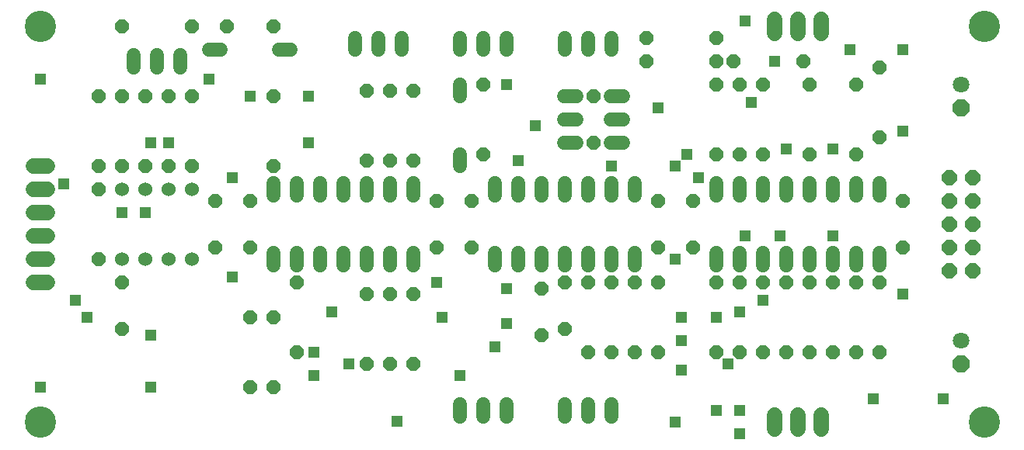
<source format=gts>
G04 EAGLE Gerber RS-274X export*
G75*
%MOMM*%
%FSLAX34Y34*%
%LPD*%
%INSoldermask Top*%
%IPPOS*%
%AMOC8*
5,1,8,0,0,1.08239X$1,22.5*%
G01*
%ADD10C,3.416300*%
%ADD11P,1.649562X8X292.500000*%
%ADD12C,1.524000*%
%ADD13C,1.524000*%
%ADD14P,1.649562X8X112.500000*%
%ADD15P,1.649562X8X202.500000*%
%ADD16P,1.951982X8X292.500000*%
%ADD17C,1.803400*%
%ADD18C,1.727200*%
%ADD19P,1.759533X8X112.500000*%
%ADD20R,1.209600X1.209600*%


D10*
X25400Y457200D03*
X25400Y25400D03*
X1054100Y25400D03*
X1054100Y457200D03*
D11*
X254000Y266700D03*
X254000Y215900D03*
D12*
X190500Y279400D03*
X165100Y279400D03*
X165100Y203200D03*
X190500Y203200D03*
X139700Y279400D03*
X114300Y279400D03*
X139700Y203200D03*
X114300Y203200D03*
D13*
X939800Y272796D02*
X939800Y286004D01*
X914400Y286004D02*
X914400Y272796D01*
X889000Y272796D02*
X889000Y286004D01*
X863600Y286004D02*
X863600Y272796D01*
X838200Y272796D02*
X838200Y286004D01*
X812800Y286004D02*
X812800Y272796D01*
X787400Y272796D02*
X787400Y286004D01*
X762000Y286004D02*
X762000Y272796D01*
X762000Y209804D02*
X762000Y196596D01*
X787400Y196596D02*
X787400Y209804D01*
X812800Y209804D02*
X812800Y196596D01*
X838200Y196596D02*
X838200Y209804D01*
X863600Y209804D02*
X863600Y196596D01*
X889000Y196596D02*
X889000Y209804D01*
X914400Y209804D02*
X914400Y196596D01*
X939800Y196596D02*
X939800Y209804D01*
X673100Y272796D02*
X673100Y286004D01*
X647700Y286004D02*
X647700Y272796D01*
X520700Y272796D02*
X520700Y286004D01*
X520700Y209804D02*
X520700Y196596D01*
X622300Y272796D02*
X622300Y286004D01*
X596900Y286004D02*
X596900Y272796D01*
X546100Y272796D02*
X546100Y286004D01*
X571500Y286004D02*
X571500Y272796D01*
X546100Y209804D02*
X546100Y196596D01*
X571500Y196596D02*
X571500Y209804D01*
X596900Y209804D02*
X596900Y196596D01*
X622300Y196596D02*
X622300Y209804D01*
X647700Y209804D02*
X647700Y196596D01*
X673100Y196596D02*
X673100Y209804D01*
X431800Y272796D02*
X431800Y286004D01*
X406400Y286004D02*
X406400Y272796D01*
X279400Y272796D02*
X279400Y286004D01*
X279400Y209804D02*
X279400Y196596D01*
X381000Y272796D02*
X381000Y286004D01*
X355600Y286004D02*
X355600Y272796D01*
X304800Y272796D02*
X304800Y286004D01*
X330200Y286004D02*
X330200Y272796D01*
X304800Y209804D02*
X304800Y196596D01*
X330200Y196596D02*
X330200Y209804D01*
X355600Y209804D02*
X355600Y196596D01*
X381000Y196596D02*
X381000Y209804D01*
X406400Y209804D02*
X406400Y196596D01*
X431800Y196596D02*
X431800Y209804D01*
D11*
X406400Y387350D03*
X406400Y311150D03*
X381000Y387350D03*
X381000Y311150D03*
D14*
X279400Y304800D03*
X279400Y381000D03*
X431800Y311150D03*
X431800Y387350D03*
X812800Y317500D03*
X812800Y393700D03*
X165100Y304800D03*
X165100Y381000D03*
D15*
X762000Y444500D03*
X685800Y444500D03*
X762000Y419100D03*
X685800Y419100D03*
D13*
X368300Y431546D02*
X368300Y444754D01*
X419100Y444754D02*
X419100Y431546D01*
X393700Y431546D02*
X393700Y444754D01*
X127000Y425704D02*
X127000Y412496D01*
X177800Y412496D02*
X177800Y425704D01*
X152400Y425704D02*
X152400Y412496D01*
X209296Y431800D02*
X222504Y431800D01*
X285496Y431800D02*
X298704Y431800D01*
D14*
X114300Y304800D03*
X114300Y381000D03*
D15*
X190500Y457200D03*
X114300Y457200D03*
X279400Y457200D03*
X228600Y457200D03*
D13*
X482600Y444754D02*
X482600Y431546D01*
X533400Y431546D02*
X533400Y444754D01*
X508000Y444754D02*
X508000Y431546D01*
X482600Y393954D02*
X482600Y380746D01*
X482600Y317754D02*
X482600Y304546D01*
D11*
X939800Y412750D03*
X939800Y336550D03*
D14*
X914400Y317500D03*
X914400Y393700D03*
X762000Y317500D03*
X762000Y393700D03*
D13*
X609854Y381000D02*
X596646Y381000D01*
X596646Y330200D02*
X609854Y330200D01*
X609854Y355600D02*
X596646Y355600D01*
X647446Y330200D02*
X660654Y330200D01*
X660654Y381000D02*
X647446Y381000D01*
X647446Y355600D02*
X660654Y355600D01*
D14*
X495300Y215900D03*
X495300Y266700D03*
D13*
X596900Y431546D02*
X596900Y444754D01*
X647700Y444754D02*
X647700Y431546D01*
X622300Y431546D02*
X622300Y444754D01*
D15*
X857250Y419100D03*
X781050Y419100D03*
D11*
X628650Y381000D03*
X628650Y330200D03*
X508000Y393700D03*
X508000Y317500D03*
X863600Y393700D03*
X863600Y317500D03*
D14*
X787400Y317500D03*
X787400Y393700D03*
X139700Y304800D03*
X139700Y381000D03*
X190500Y304800D03*
X190500Y381000D03*
D11*
X571500Y171450D03*
X571500Y120650D03*
D14*
X381000Y88900D03*
X381000Y165100D03*
D11*
X406400Y165100D03*
X406400Y88900D03*
D14*
X431800Y88900D03*
X431800Y165100D03*
X88900Y203200D03*
X88900Y279400D03*
D11*
X88900Y381000D03*
X88900Y304800D03*
D14*
X889000Y101600D03*
X889000Y177800D03*
D11*
X863600Y177800D03*
X863600Y101600D03*
D14*
X838200Y101600D03*
X838200Y177800D03*
X914400Y101600D03*
X914400Y177800D03*
D13*
X596900Y44704D02*
X596900Y31496D01*
X647700Y31496D02*
X647700Y44704D01*
X622300Y44704D02*
X622300Y31496D01*
X482600Y31496D02*
X482600Y44704D01*
X533400Y44704D02*
X533400Y31496D01*
X508000Y31496D02*
X508000Y44704D01*
D14*
X939800Y101600D03*
X939800Y177800D03*
D11*
X812800Y177800D03*
X812800Y101600D03*
X787400Y177800D03*
X787400Y101600D03*
X762000Y177800D03*
X762000Y101600D03*
D14*
X647700Y101600D03*
X647700Y177800D03*
X304800Y101600D03*
X304800Y177800D03*
X279400Y63500D03*
X279400Y139700D03*
D11*
X622300Y177800D03*
X622300Y101600D03*
D14*
X673100Y101600D03*
X673100Y177800D03*
D11*
X698500Y177800D03*
X698500Y101600D03*
D14*
X254000Y63500D03*
X254000Y139700D03*
X457200Y215900D03*
X457200Y266700D03*
D11*
X215900Y266700D03*
X215900Y215900D03*
D14*
X698500Y215900D03*
X698500Y266700D03*
X736600Y215900D03*
X736600Y266700D03*
D11*
X596900Y177800D03*
X596900Y127000D03*
X965200Y266700D03*
X965200Y215900D03*
D16*
X1028700Y88900D03*
D17*
X1028700Y114300D03*
D16*
X1028700Y368300D03*
D17*
X1028700Y393700D03*
D14*
X114300Y127000D03*
X114300Y177800D03*
D18*
X33020Y177800D02*
X17780Y177800D01*
X17780Y203200D02*
X33020Y203200D01*
X33020Y228600D02*
X17780Y228600D01*
X17780Y254000D02*
X33020Y254000D01*
X33020Y279400D02*
X17780Y279400D01*
X17780Y304800D02*
X33020Y304800D01*
D19*
X1041400Y190500D03*
X1016000Y190500D03*
X1041400Y215900D03*
X1016000Y215900D03*
X1041400Y241300D03*
X1016000Y241300D03*
X1041400Y266700D03*
X1016000Y266700D03*
X1041400Y292100D03*
X1016000Y292100D03*
D18*
X876300Y33020D02*
X876300Y17780D01*
X850900Y17780D02*
X850900Y33020D01*
X825500Y33020D02*
X825500Y17780D01*
X825500Y449580D02*
X825500Y464820D01*
X850900Y464820D02*
X850900Y449580D01*
X876300Y449580D02*
X876300Y464820D01*
D20*
X414800Y26050D03*
X342900Y146050D03*
X787400Y146050D03*
X723900Y82550D03*
X146050Y63500D03*
X234950Y184150D03*
X146050Y120650D03*
X146050Y330200D03*
X254000Y381000D03*
X234950Y292100D03*
X25400Y400050D03*
X812800Y158750D03*
X933450Y50800D03*
X965200Y431800D03*
X908050Y431800D03*
X25400Y63500D03*
X533400Y393700D03*
X565150Y349250D03*
X965200Y165100D03*
X533400Y171450D03*
X209550Y400050D03*
X965200Y342900D03*
X1009650Y50800D03*
X361950Y88900D03*
X889000Y323850D03*
X838200Y323850D03*
X50800Y285750D03*
X533400Y133350D03*
X698500Y368300D03*
X742950Y292100D03*
X717550Y25400D03*
X793750Y463550D03*
X800100Y374650D03*
X139700Y254000D03*
X114300Y254000D03*
X165100Y330200D03*
X317500Y330200D03*
X317500Y381000D03*
X546100Y311150D03*
X730250Y317500D03*
X889000Y228600D03*
X831850Y228600D03*
X717550Y203200D03*
X793750Y228600D03*
X323850Y76200D03*
X323850Y101600D03*
X774700Y88900D03*
X723900Y114300D03*
X723900Y139700D03*
X457200Y177800D03*
X463550Y139700D03*
X787400Y12700D03*
X787400Y38100D03*
X482600Y76200D03*
X762000Y139700D03*
X762000Y38100D03*
X520700Y107950D03*
X63500Y158750D03*
X76200Y139700D03*
X825500Y419100D03*
X717550Y304800D03*
X647700Y304800D03*
M02*

</source>
